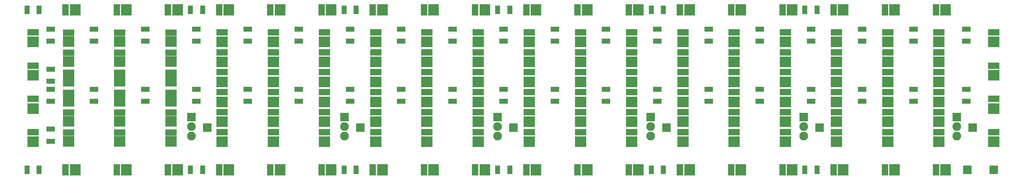
<source format=gbr>
G04 #@! TF.FileFunction,Soldermask,Top*
%FSLAX46Y46*%
G04 Gerber Fmt 4.6, Leading zero omitted, Abs format (unit mm)*
G04 Created by KiCad (PCBNEW 4.0.7-e2-6376~58~ubuntu16.04.1) date Thu May 17 13:03:46 2018*
%MOMM*%
%LPD*%
G01*
G04 APERTURE LIST*
%ADD10C,0.100000*%
%ADD11R,2.100000X2.100000*%
%ADD12O,2.100000X2.100000*%
%ADD13R,2.800000X2.600000*%
%ADD14R,2.800000X1.600000*%
%ADD15R,2.600000X2.800000*%
%ADD16R,1.600000X2.800000*%
%ADD17R,2.100000X1.300000*%
%ADD18R,1.300000X2.100000*%
G04 APERTURE END LIST*
D10*
D11*
X264160000Y-129540000D03*
X77470000Y-116840000D03*
D12*
X77470000Y-119126000D03*
X77470000Y-121412000D03*
D13*
X72520000Y-122675000D03*
D14*
X72520000Y-120575000D03*
D13*
X72520000Y-117858000D03*
D14*
X72520000Y-115758000D03*
D13*
X72520000Y-113040000D03*
D14*
X72520000Y-110940000D03*
D13*
X72520000Y-108222000D03*
D14*
X72520000Y-106122000D03*
D13*
X72520000Y-103405000D03*
D14*
X72520000Y-101305000D03*
D13*
X72520000Y-98587500D03*
D14*
X72520000Y-96487500D03*
D13*
X60200000Y-122675000D03*
D14*
X60200000Y-120575000D03*
D13*
X60200000Y-117858000D03*
D14*
X60200000Y-115758000D03*
D13*
X60200000Y-113040000D03*
D14*
X60200000Y-110940000D03*
D13*
X60200000Y-108222000D03*
D14*
X60200000Y-106122000D03*
D13*
X60200000Y-103405000D03*
D14*
X60200000Y-101305000D03*
D13*
X60200000Y-98587500D03*
D14*
X60200000Y-96487500D03*
D13*
X47880000Y-122675000D03*
D14*
X47880000Y-120575000D03*
D13*
X47880000Y-117858000D03*
D14*
X47880000Y-115758000D03*
D13*
X47880000Y-113040000D03*
D14*
X47880000Y-110940000D03*
D13*
X47880000Y-108222000D03*
D14*
X47880000Y-106122000D03*
D13*
X47880000Y-103405000D03*
D14*
X47880000Y-101305000D03*
D13*
X47880000Y-98587500D03*
D14*
X47880000Y-96487500D03*
D11*
X81280000Y-119380000D03*
X270510000Y-129540000D03*
D13*
X39370000Y-98687500D03*
D14*
X39370000Y-96387500D03*
D13*
X39370000Y-106717000D03*
D14*
X39370000Y-104417000D03*
D13*
X39370000Y-114746000D03*
D14*
X39370000Y-112446000D03*
D13*
X39370000Y-122775000D03*
D14*
X39370000Y-120475000D03*
D15*
X49480000Y-91000000D03*
D16*
X47180000Y-91000000D03*
D15*
X49480000Y-129540000D03*
D16*
X47180000Y-129540000D03*
D15*
X61800000Y-91000000D03*
D16*
X59500000Y-91000000D03*
D15*
X61800000Y-129540000D03*
D16*
X59500000Y-129540000D03*
D15*
X74120000Y-91000000D03*
D16*
X71820000Y-91000000D03*
D15*
X74120000Y-129540000D03*
D16*
X71820000Y-129540000D03*
D13*
X84840000Y-98687500D03*
D14*
X84840000Y-96387500D03*
D13*
X84840000Y-103505000D03*
D14*
X84840000Y-101205000D03*
D13*
X84840000Y-108322000D03*
D14*
X84840000Y-106022000D03*
D13*
X84840000Y-113140000D03*
D14*
X84840000Y-110840000D03*
D13*
X84840000Y-117958000D03*
D14*
X84840000Y-115658000D03*
D13*
X84840000Y-122775000D03*
D14*
X84840000Y-120475000D03*
D15*
X86440000Y-91000000D03*
D16*
X84140000Y-91000000D03*
D15*
X86440000Y-129540000D03*
D16*
X84140000Y-129540000D03*
D15*
X98760000Y-91000000D03*
D16*
X96460000Y-91000000D03*
D13*
X97160000Y-98687500D03*
D14*
X97160000Y-96387500D03*
D13*
X97160000Y-103505000D03*
D14*
X97160000Y-101205000D03*
D13*
X97160000Y-108322000D03*
D14*
X97160000Y-106022000D03*
D13*
X97160000Y-113140000D03*
D14*
X97160000Y-110840000D03*
D13*
X97160000Y-117958000D03*
D14*
X97160000Y-115658000D03*
D13*
X97160000Y-122775000D03*
D14*
X97160000Y-120475000D03*
D15*
X98760000Y-129540000D03*
D16*
X96460000Y-129540000D03*
D15*
X111080000Y-91000000D03*
D16*
X108780000Y-91000000D03*
D15*
X111080000Y-129540000D03*
D16*
X108780000Y-129540000D03*
D13*
X109480000Y-98687500D03*
D14*
X109480000Y-96387500D03*
D13*
X109480000Y-103505000D03*
D14*
X109480000Y-101205000D03*
D13*
X109480000Y-108322000D03*
D14*
X109480000Y-106022000D03*
D13*
X109480000Y-113140000D03*
D14*
X109480000Y-110840000D03*
D13*
X109480000Y-117958000D03*
D14*
X109480000Y-115658000D03*
D13*
X109480000Y-122775000D03*
D14*
X109480000Y-120475000D03*
D13*
X121800000Y-98687500D03*
D14*
X121800000Y-96387500D03*
D13*
X121800000Y-103505000D03*
D14*
X121800000Y-101205000D03*
D13*
X121800000Y-108322000D03*
D14*
X121800000Y-106022000D03*
D13*
X121800000Y-113140000D03*
D14*
X121800000Y-110840000D03*
D13*
X121800000Y-117950000D03*
D14*
X121800000Y-115650000D03*
D13*
X121800000Y-122775000D03*
D14*
X121800000Y-120475000D03*
D15*
X123400000Y-91000000D03*
D16*
X121100000Y-91000000D03*
D15*
X123400000Y-129540000D03*
D16*
X121100000Y-129540000D03*
D13*
X134120000Y-98687500D03*
D14*
X134120000Y-96387500D03*
D13*
X134120000Y-103505000D03*
D14*
X134120000Y-101205000D03*
D13*
X134120000Y-108322000D03*
D14*
X134120000Y-106022000D03*
D13*
X134120000Y-113140000D03*
D14*
X134120000Y-110840000D03*
D13*
X134120000Y-117958000D03*
D14*
X134120000Y-115658000D03*
D13*
X134120000Y-122775000D03*
D14*
X134120000Y-120475000D03*
D15*
X135720000Y-91000000D03*
D16*
X133420000Y-91000000D03*
D15*
X135720000Y-129540000D03*
D16*
X133420000Y-129540000D03*
D15*
X148040000Y-91000000D03*
D16*
X145740000Y-91000000D03*
D13*
X146440000Y-98687500D03*
D14*
X146440000Y-96387500D03*
D13*
X146440000Y-103505000D03*
D14*
X146440000Y-101205000D03*
D13*
X146440000Y-108322000D03*
D14*
X146440000Y-106022000D03*
D13*
X146440000Y-113140000D03*
D14*
X146440000Y-110840000D03*
D13*
X146440000Y-117958000D03*
D14*
X146440000Y-115658000D03*
D13*
X146440000Y-122775000D03*
D14*
X146440000Y-120475000D03*
D15*
X148040000Y-129540000D03*
D16*
X145740000Y-129540000D03*
D13*
X270510000Y-98687500D03*
D14*
X270510000Y-96387500D03*
D13*
X270510000Y-106717000D03*
D14*
X270510000Y-104417000D03*
D13*
X270510000Y-114746000D03*
D14*
X270510000Y-112446000D03*
D13*
X270510000Y-122775000D03*
D14*
X270510000Y-120475000D03*
D11*
X118110000Y-119380000D03*
X265430000Y-119380000D03*
X114300000Y-116840000D03*
D12*
X114300000Y-119126000D03*
X114300000Y-121412000D03*
D11*
X151130000Y-116840000D03*
D12*
X151130000Y-119126000D03*
X151130000Y-121412000D03*
D17*
X43625000Y-105272000D03*
X43625000Y-108172000D03*
X43625000Y-119725000D03*
X43625000Y-122625000D03*
D18*
X37920000Y-91000000D03*
X40820000Y-91000000D03*
X37920000Y-129540000D03*
X40820000Y-129540000D03*
X77230000Y-91000000D03*
X80130000Y-91000000D03*
D17*
X78680000Y-95637500D03*
X78680000Y-98537500D03*
X78680000Y-110090000D03*
X78680000Y-112990000D03*
D18*
X77230000Y-129540000D03*
X80130000Y-129540000D03*
D17*
X91000000Y-95637500D03*
X91000000Y-98537500D03*
X91000000Y-110090000D03*
X91000000Y-112990000D03*
X103320000Y-95637500D03*
X103320000Y-98537500D03*
X103320000Y-110090000D03*
X103320000Y-112990000D03*
X115640000Y-95637500D03*
X115640000Y-98537500D03*
X115640000Y-110090000D03*
X115640000Y-112990000D03*
D18*
X114190000Y-91000000D03*
X117090000Y-91000000D03*
X114190000Y-129540000D03*
X117090000Y-129540000D03*
D17*
X127960000Y-95637500D03*
X127960000Y-98537500D03*
X127960000Y-110090000D03*
X127960000Y-112990000D03*
X140280000Y-95637500D03*
X140280000Y-98537500D03*
X140280000Y-110090000D03*
X140280000Y-112990000D03*
X263915000Y-95637500D03*
X263915000Y-98537500D03*
X263915000Y-110090000D03*
X263915000Y-112990000D03*
X43625000Y-95637500D03*
X43625000Y-98537500D03*
X43625000Y-110090000D03*
X43625000Y-112990000D03*
X54040000Y-95637500D03*
X54040000Y-98537500D03*
X54040000Y-110090000D03*
X54040000Y-112990000D03*
X66360000Y-95637500D03*
X66360000Y-98537500D03*
X66360000Y-110090000D03*
X66360000Y-112990000D03*
D13*
X158750000Y-98687500D03*
D14*
X158750000Y-96387500D03*
D13*
X158760000Y-103505000D03*
D14*
X158760000Y-101205000D03*
D13*
X158760000Y-108322000D03*
D14*
X158760000Y-106022000D03*
D13*
X158750000Y-113140000D03*
D14*
X158750000Y-110840000D03*
D13*
X158760000Y-117958000D03*
D14*
X158760000Y-115658000D03*
D13*
X158750000Y-122775000D03*
D14*
X158750000Y-120475000D03*
D15*
X160360000Y-91000000D03*
D16*
X158060000Y-91000000D03*
D15*
X160360000Y-129540000D03*
D16*
X158060000Y-129540000D03*
D13*
X171080000Y-98687500D03*
D14*
X171080000Y-96387500D03*
D13*
X171080000Y-103505000D03*
D14*
X171080000Y-101205000D03*
D13*
X171080000Y-108322000D03*
D14*
X171080000Y-106022000D03*
D13*
X171080000Y-113140000D03*
D14*
X171080000Y-110840000D03*
D13*
X171080000Y-117958000D03*
D14*
X171080000Y-115658000D03*
D13*
X171080000Y-122775000D03*
D14*
X171080000Y-120475000D03*
D15*
X172680000Y-91000000D03*
D16*
X170380000Y-91000000D03*
D15*
X172680000Y-129540000D03*
D16*
X170380000Y-129540000D03*
D15*
X185000000Y-91000000D03*
D16*
X182700000Y-91000000D03*
D13*
X183400000Y-98687500D03*
D14*
X183400000Y-96387500D03*
D13*
X183400000Y-103505000D03*
D14*
X183400000Y-101205000D03*
D13*
X183400000Y-108322000D03*
D14*
X183400000Y-106022000D03*
D13*
X183400000Y-113140000D03*
D14*
X183400000Y-110840000D03*
D13*
X183400000Y-117958000D03*
D14*
X183400000Y-115658000D03*
D13*
X183400000Y-122775000D03*
D14*
X183400000Y-120475000D03*
D15*
X185000000Y-129540000D03*
D16*
X182700000Y-129540000D03*
D13*
X195720000Y-98687500D03*
D14*
X195720000Y-96387500D03*
D13*
X195720000Y-103505000D03*
D14*
X195720000Y-101205000D03*
D13*
X195720000Y-108322000D03*
D14*
X195720000Y-106022000D03*
D13*
X195720000Y-113140000D03*
D14*
X195720000Y-110840000D03*
D13*
X195720000Y-117958000D03*
D14*
X195720000Y-115658000D03*
D13*
X195720000Y-122775000D03*
D14*
X195720000Y-120475000D03*
D15*
X197320000Y-91000000D03*
D16*
X195020000Y-91000000D03*
D15*
X197320000Y-129540000D03*
D16*
X195020000Y-129540000D03*
D13*
X208040000Y-98687500D03*
D14*
X208040000Y-96387500D03*
D13*
X208040000Y-103505000D03*
D14*
X208040000Y-101205000D03*
D13*
X208040000Y-108322000D03*
D14*
X208040000Y-106022000D03*
D13*
X208040000Y-113140000D03*
D14*
X208040000Y-110840000D03*
D13*
X208040000Y-117958000D03*
D14*
X208040000Y-115658000D03*
D13*
X208040000Y-122775000D03*
D14*
X208040000Y-120475000D03*
D15*
X209640000Y-91000000D03*
D16*
X207340000Y-91000000D03*
D15*
X209640000Y-129540000D03*
D16*
X207340000Y-129540000D03*
D15*
X221960000Y-91000000D03*
D16*
X219660000Y-91000000D03*
D13*
X220360000Y-98687500D03*
D14*
X220360000Y-96387500D03*
D13*
X220360000Y-103505000D03*
D14*
X220360000Y-101205000D03*
D13*
X220360000Y-108322000D03*
D14*
X220360000Y-106022000D03*
D13*
X220360000Y-113140000D03*
D14*
X220360000Y-110840000D03*
D13*
X220360000Y-117958000D03*
D14*
X220360000Y-115658000D03*
D13*
X220360000Y-122775000D03*
D14*
X220360000Y-120475000D03*
D15*
X221960000Y-129540000D03*
D16*
X219660000Y-129540000D03*
D13*
X232680000Y-98687500D03*
D14*
X232680000Y-96387500D03*
D13*
X232680000Y-103505000D03*
D14*
X232680000Y-101205000D03*
D13*
X232680000Y-108322000D03*
D14*
X232680000Y-106022000D03*
D13*
X232680000Y-113140000D03*
D14*
X232680000Y-110840000D03*
D13*
X232680000Y-117958000D03*
D14*
X232680000Y-115658000D03*
D13*
X232680000Y-122775000D03*
D14*
X232680000Y-120475000D03*
D15*
X234280000Y-91000000D03*
D16*
X231980000Y-91000000D03*
D15*
X234280000Y-129540000D03*
D16*
X231980000Y-129540000D03*
D13*
X245000000Y-98687500D03*
D14*
X245000000Y-96387500D03*
D13*
X245000000Y-103505000D03*
D14*
X245000000Y-101205000D03*
D13*
X245000000Y-108322000D03*
D14*
X245000000Y-106022000D03*
D13*
X245000000Y-113140000D03*
D14*
X245000000Y-110840000D03*
D13*
X245000000Y-117958000D03*
D14*
X245000000Y-115658000D03*
D13*
X245000000Y-122775000D03*
D14*
X245000000Y-120475000D03*
D15*
X246600000Y-91000000D03*
D16*
X244300000Y-91000000D03*
D15*
X246600000Y-129540000D03*
D16*
X244300000Y-129540000D03*
D15*
X258920000Y-91000000D03*
D16*
X256620000Y-91000000D03*
D13*
X257320000Y-98687500D03*
D14*
X257320000Y-96387500D03*
D13*
X257320000Y-103505000D03*
D14*
X257320000Y-101205000D03*
D13*
X257320000Y-108322000D03*
D14*
X257320000Y-106022000D03*
D13*
X257320000Y-113140000D03*
D14*
X257320000Y-110840000D03*
D13*
X257320000Y-117958000D03*
D14*
X257320000Y-115658000D03*
D13*
X257320000Y-122775000D03*
D14*
X257320000Y-120475000D03*
D15*
X258920000Y-129540000D03*
D16*
X256620000Y-129540000D03*
D11*
X154940000Y-119380000D03*
X191770000Y-119380000D03*
X228600000Y-119380000D03*
X187960000Y-116840000D03*
D12*
X187960000Y-119126000D03*
X187960000Y-121412000D03*
D11*
X224790000Y-116840000D03*
D12*
X224790000Y-119126000D03*
X224790000Y-121412000D03*
D11*
X261620000Y-116840000D03*
D12*
X261620000Y-119126000D03*
X261620000Y-121412000D03*
D17*
X152600000Y-95637500D03*
X152600000Y-98537500D03*
X152600000Y-110090000D03*
X152600000Y-112990000D03*
D18*
X151150000Y-91000000D03*
X154050000Y-91000000D03*
X151150000Y-129540000D03*
X154050000Y-129540000D03*
D17*
X164920000Y-95637500D03*
X164920000Y-98537500D03*
X164920000Y-110090000D03*
X164920000Y-112990000D03*
X177240000Y-95637500D03*
X177240000Y-98537500D03*
X177240000Y-110090000D03*
X177240000Y-112990000D03*
X189560000Y-95637500D03*
X189560000Y-98537500D03*
X189560000Y-110090000D03*
X189560000Y-112990000D03*
D18*
X188110000Y-91000000D03*
X191010000Y-91000000D03*
X188110000Y-129540000D03*
X191010000Y-129540000D03*
D17*
X201880000Y-95637500D03*
X201880000Y-98537500D03*
X201880000Y-110090000D03*
X201880000Y-112990000D03*
X214200000Y-95637500D03*
X214200000Y-98537500D03*
X214200000Y-110090000D03*
X214200000Y-112990000D03*
X226520000Y-95637500D03*
X226520000Y-98537500D03*
X226520000Y-110090000D03*
X226520000Y-112990000D03*
D18*
X225070000Y-91000000D03*
X227970000Y-91000000D03*
X225070000Y-129540000D03*
X227970000Y-129540000D03*
D17*
X238840000Y-95637500D03*
X238840000Y-98537500D03*
X238840000Y-110090000D03*
X238840000Y-112990000D03*
X251160000Y-95637500D03*
X251160000Y-98537500D03*
X251160000Y-110090000D03*
X251160000Y-112990000D03*
M02*

</source>
